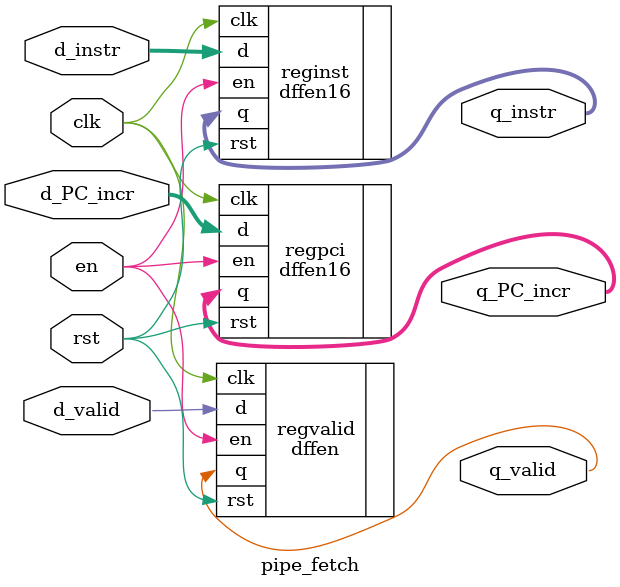
<source format=v>
module pipe_fetch(
	input [15:0] d_PC_incr,
  input [15:0] d_instr,
  input d_valid,
  input en,
  input clk,
  input rst,
  output q_valid,
  output [15:0] q_PC_incr,
  output [15:0] q_instr);
  
  dffen regvalid(.q (q_valid), .d (d_valid), .en (en), .clk (clk), .rst (rst));
  dffen16 regpci(.q (q_PC_incr), .d (d_PC_incr), .en (en), .clk (clk), .rst (rst));
  dffen16 reginst(.q (q_instr), .d (d_instr), .en (en), .clk (clk), .rst (rst));
endmodule 

</source>
